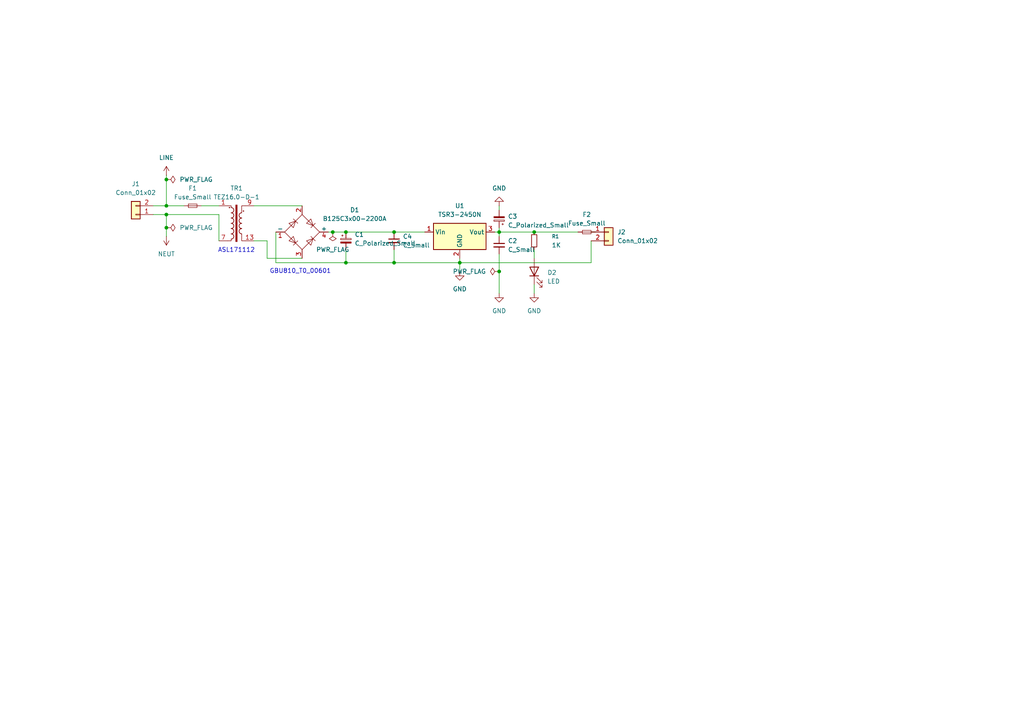
<source format=kicad_sch>
(kicad_sch (version 20250114) (generator "eeschema") (generator_version "9.0")
  (paper "A4")
  (lib_symbols
    (symbol "Connector_Generic:Conn_01x02" (pin_names (offset 1.016) (hide yes))
      (property "Reference" "J" (at 0 2.54 0))
      (property "Value" "Conn_01x02" (at 0 -5.08 0))
      (symbol "Conn_01x02_1_1"
        (rectangle (start -1.27 1.27) (end 1.27 -3.81) (stroke (width 0.254)) (fill (type background)))
        (rectangle (start -1.27 0.127) (end 0 -0.127) (stroke (width 0.1524)))
        (rectangle (start -1.27 -2.413) (end 0 -2.667) (stroke (width 0.1524)))
        (pin passive line (at -5.08 0 0) (length 3.81) (name "Pin_1") (number "1"))
        (pin passive line (at -5.08 -2.54 0) (length 3.81) (name "Pin_2") (number "2"))
      )
    )
    (symbol "Converter_DCDC:TSR3-2450N"
      (property "Reference" "U" (at -7.112 6.35 0))
      (property "Value" "TSR3-2450N" (at 1.524 6.35 0))
      (symbol "TSR3-2450N_0_1"
        (rectangle (start -7.62 5.08) (end 7.62 -2.54) (stroke (width 0.254)) (fill (type background)))
      )
      (symbol "TSR3-2450N_1_1"
        (pin power_in line (at -10.16 2.54 0) (length 2.54) (name "Vin") (number "1"))
        (pin power_in line (at 0 -5.08 90) (length 2.54) (name "GND") (number "2"))
        (pin power_out line (at 10.16 2.54 180) (length 2.54) (name "Vout") (number "3"))
      )
    )
    (symbol "Device:C_Polarized_Small" (pin_numbers (hide yes)) (pin_names (offset 0.254) (hide yes))
      (property "Reference" "C" (at 0.254 1.778 0))
      (property "Value" "C_Polarized_Small" (at 0.254 -2.032 0))
      (symbol "C_Polarized_Small_0_1"
        (rectangle (start -1.524 0.6858) (end 1.524 0.3048))
        (rectangle (start -1.524 -0.3048) (end 1.524 -0.6858) (fill (type outline)))
        (polyline (pts (xy -1.27 1.524) (xy -0.762 1.524)))
        (polyline (pts (xy -1.016 1.27) (xy -1.016 1.778)))
      )
      (symbol "C_Polarized_Small_1_1"
        (pin passive line (at 0 2.54 270) (length 1.8542) (name "~") (number "1"))
        (pin passive line (at 0 -2.54 90) (length 1.8542) (name "~") (number "2"))
      )
    )
    (symbol "Device:C_Small" (pin_numbers (hide yes)) (pin_names (offset 0.254) (hide yes))
      (property "Reference" "C" (at 0.254 1.778 0))
      (property "Value" "C_Small" (at 0.254 -2.032 0))
      (symbol "C_Small_0_1"
        (polyline (pts (xy -1.524 0.508) (xy 1.524 0.508)) (stroke (width 0.3048)))
        (polyline (pts (xy -1.524 -0.508) (xy 1.524 -0.508)) (stroke (width 0.3302)))
      )
      (symbol "C_Small_1_1"
        (pin passive line (at 0 2.54 270) (length 2.032) (name "~") (number "1"))
        (pin passive line (at 0 -2.54 90) (length 2.032) (name "~") (number "2"))
      )
    )
    (symbol "Device:Fuse_Small" (pin_numbers (hide yes)) (pin_names (offset 0.254) (hide yes))
      (property "Reference" "F" (at 0 -1.524 0))
      (property "Value" "Fuse_Small" (at 0 1.524 0))
      (symbol "Fuse_Small_0_1"
        (rectangle (start -1.27 0.508) (end 1.27 -0.508))
        (polyline (pts (xy -1.27 0) (xy 1.27 0)))
      )
      (symbol "Fuse_Small_1_1"
        (pin passive line (at -2.54 0 0) (length 1.27) (name "~") (number "1"))
        (pin passive line (at 2.54 0 180) (length 1.27) (name "~") (number "2"))
      )
    )
    (symbol "Device:LED" (pin_numbers (hide yes)) (pin_names (offset 1.016) (hide yes))
      (property "Reference" "D" (at 0 2.54 0))
      (property "Value" "LED" (at 0 -2.54 0))
      (symbol "LED_0_1"
        (polyline (pts (xy -3.048 -0.762) (xy -4.572 -2.286) (xy -3.81 -2.286) (xy -4.572 -2.286) (xy -4.572 -1.524)))
        (polyline (pts (xy -1.778 -0.762) (xy -3.302 -2.286) (xy -2.54 -2.286) (xy -3.302 -2.286) (xy -3.302 -1.524)))
        (polyline (pts (xy -1.27 0) (xy 1.27 0)))
        (polyline (pts (xy -1.27 -1.27) (xy -1.27 1.27)) (stroke (width 0.254)))
        (polyline (pts (xy 1.27 -1.27) (xy 1.27 1.27) (xy -1.27 0) (xy 1.27 -1.27)) (stroke (width 0.254)))
      )
      (symbol "LED_1_1"
        (pin passive line (at -3.81 0 0) (length 2.54) (name "K") (number "1"))
        (pin passive line (at 3.81 0 180) (length 2.54) (name "A") (number "2"))
      )
    )
    (symbol "Device:R_Small" (pin_numbers (hide yes)) (pin_names (offset 0.254) (hide yes))
      (property "Reference" "R" (at 0 0 90))
      (property "Value" "R_Small" (at 1.778 0 90))
      (symbol "R_Small_0_1"
        (rectangle (start -0.762 1.778) (end 0.762 -1.778) (stroke (width 0.2032)))
      )
      (symbol "R_Small_1_1"
        (pin passive line (at 0 2.54 270) (length 0.762) (name "~") (number "1"))
        (pin passive line (at 0 -2.54 90) (length 0.762) (name "~") (number "2"))
      )
    )
    (symbol "Diode_Bridge:B125C3x00-2200A" (pin_names (offset 0))
      (property "Reference" "D" (at 2.54 6.985 0))
      (property "Value" "B125C3x00-2200A" (at 2.54 5.08 0))
      (symbol "B125C3x00-2200A_0_1"
        (polyline (pts (xy -5.08 0) (xy 0 -5.08) (xy 5.08 0) (xy 0 5.08) (xy -5.08 0)))
        (polyline (pts (xy -3.81 2.54) (xy -2.54 1.27) (xy -1.905 3.175) (xy -3.81 2.54)))
        (polyline (pts (xy -2.54 3.81) (xy -1.27 2.54)))
        (polyline (pts (xy -2.54 -1.27) (xy -3.81 -2.54) (xy -1.905 -3.175) (xy -2.54 -1.27)))
        (polyline (pts (xy -1.27 -2.54) (xy -2.54 -3.81)))
        (polyline (pts (xy 1.27 2.54) (xy 2.54 3.81) (xy 3.175 1.905) (xy 1.27 2.54)))
        (polyline (pts (xy 2.54 1.27) (xy 3.81 2.54)))
        (polyline (pts (xy 2.54 -1.27) (xy 3.81 -2.54)))
        (polyline (pts (xy 3.175 -1.905) (xy 1.27 -2.54) (xy 2.54 -3.81) (xy 3.175 -1.905)))
      )
      (symbol "B125C3x00-2200A_1_1"
        (pin passive line (at -7.62 0 0) (length 2.54) (name "-") (number "1"))
        (pin passive line (at 0 7.62 270) (length 2.54) (name "~") (number "2"))
        (pin passive line (at 0 -7.62 90) (length 2.54) (name "~") (number "3"))
        (pin passive line (at 7.62 0 180) (length 2.54) (name "+") (number "4"))
      )
    )
    (symbol "Transformer:TEZ16.0-D-1" (pin_names (offset 0.0254))
      (property "Reference" "TR" (at 0 6.35 0))
      (property "Value" "TEZ16.0-D-1" (at 0 -6.35 0))
      (symbol "TEZ16.0-D-1_0_1"
        (circle (center -2.032 4.572) (radius 0.127))
        (arc (start -1.524 4.572) (mid -0.7653 3.81) (end -1.524 3.048) (stroke (width 0.2032)))
        (arc (start -1.524 3.048) (mid -0.7653 2.286) (end -1.524 1.524) (stroke (width 0.2032)))
        (arc (start -1.524 1.524) (mid -0.7653 0.762) (end -1.524 0) (stroke (width 0.2032)))
        (arc (start -1.524 0) (mid -0.7653 -0.762) (end -1.524 -1.524) (stroke (width 0.2032)))
        (arc (start -1.524 -1.524) (mid -0.7653 -2.286) (end -1.524 -3.048) (stroke (width 0.2032)))
        (arc (start -1.524 -3.048) (mid -0.7653 -3.81) (end -1.524 -4.572) (stroke (width 0.2032)))
        (polyline (pts (xy -1.524 4.572) (xy -1.524 5.08) (xy -2.54 5.08)))
        (polyline (pts (xy -1.524 -4.572) (xy -1.524 -5.08) (xy -2.54 -5.08)))
        (rectangle (start -0.254 5.334) (end 0.254 -5.334) (stroke (width 0.0254)) (fill (type outline)))
        (polyline (pts (xy 1.524 3.048) (xy 1.524 5.08) (xy 2.54 5.08)) (stroke (width 0.1524)))
        (arc (start 1.524 1.524) (mid 0.7653 2.286) (end 1.524 3.048) (stroke (width 0.2032)))
        (arc (start 1.524 0) (mid 0.7653 0.762) (end 1.524 1.524) (stroke (width 0.2032)))
        (arc (start 1.524 -1.524) (mid 0.7653 -0.762) (end 1.524 0) (stroke (width 0.2032)))
        (arc (start 1.524 -3.048) (mid 0.7653 -2.286) (end 1.524 -1.524) (stroke (width 0.2032)))
        (circle (center 2.032 3.556) (radius 0.127))
        (polyline (pts (xy 2.54 -5.08) (xy 1.524 -5.08) (xy 1.524 -3.048)) (stroke (width 0.1524)))
      )
      (symbol "TEZ16.0-D-1_1_1"
        (pin passive line (at -5.08 5.08 0) (length 2.54) (name "~") (number "1"))
        (pin passive line (at -5.08 -5.08 0) (length 2.54) (name "~") (number "7"))
        (pin passive line (at 5.08 5.08 180) (length 2.54) (name "~") (number "9"))
        (pin passive line (at 5.08 -5.08 180) (length 2.54) (name "~") (number "13"))
      )
    )
    (symbol "power:GND" (power) (pin_numbers (hide yes)) (pin_names (offset 0) (hide yes))
      (property "Value" "GND" (at 0 -3.81 0))
      (symbol "GND_0_1"
        (polyline (pts (xy 0 0) (xy 0 -1.27) (xy 1.27 -1.27) (xy 0 -2.54) (xy -1.27 -1.27) (xy 0 -1.27)))
      )
      (symbol "GND_1_1"
        (pin power_in line (at 0 0 270) (length 0) (name "~") (number "1"))
      )
    )
    (symbol "power:LINE" (power) (pin_numbers (hide yes)) (pin_names (offset 0) (hide yes))
      (property "Value" "LINE" (at 0 3.556 0))
      (symbol "LINE_0_1"
        (polyline (pts (xy -0.762 1.27) (xy 0 2.54)))
        (polyline (pts (xy 0 2.54) (xy 0.762 1.27)))
        (polyline (pts (xy 0 0) (xy 0 2.54)))
      )
      (symbol "LINE_1_1"
        (pin power_in line (at 0 0 90) (length 0) (name "~") (number "1"))
      )
    )
    (symbol "power:NEUT" (power) (pin_numbers (hide yes)) (pin_names (offset 0) (hide yes))
      (property "Value" "NEUT" (at 0 3.556 0))
      (symbol "NEUT_0_1"
        (polyline (pts (xy -0.762 1.27) (xy 0 2.54)))
        (polyline (pts (xy 0 2.54) (xy 0.762 1.27)))
        (polyline (pts (xy 0 0) (xy 0 2.54)))
      )
      (symbol "NEUT_1_1"
        (pin power_in line (at 0 0 90) (length 0) (name "~") (number "1"))
      )
    )
    (symbol "power:PWR_FLAG" (power) (pin_numbers (hide yes)) (pin_names (offset 0) (hide yes))
      (property "Value" "PWR_FLAG" (at 0 3.81 0))
      (symbol "PWR_FLAG_0_0"
        (pin power_out line (at 0 0 90) (length 0) (name "~") (number "1"))
      )
      (symbol "PWR_FLAG_0_1"
        (polyline (pts (xy 0 0) (xy 0 1.27) (xy -1.016 1.905) (xy 0 2.54) (xy 1.016 1.905) (xy 0 1.27)))
      )
    )
  )
  (text "GBU810_T0_00601" (at 87.122 78.74 0) (effects (font (size 1.27 1.27))))
  (text "ASL171112" (at 68.58 72.644 0) (effects (font (size 1.27 1.27))))
  (junction (at 48.26 66.04))
  (junction (at 144.78 67.31))
  (junction (at 96.52 67.31))
  (junction (at 154.94 67.31))
  (junction (at 48.26 59.69))
  (junction (at 144.78 78.74))
  (junction (at 100.33 67.31))
  (junction (at 114.3 67.31))
  (junction (at 114.3 76.2))
  (junction (at 48.26 62.23))
  (junction (at 48.26 52.07))
  (junction (at 133.35 76.2))
  (junction (at 100.33 76.2))
  (wire (pts (xy 58.42 59.69) (xy 63.5 59.69)))
  (wire (pts (xy 154.94 67.31) (xy 167.64 67.31)))
  (wire (pts (xy 114.3 72.39) (xy 114.3 76.2)))
  (wire (pts (xy 77.47 74.93) (xy 87.63 74.93)))
  (wire (pts (xy 100.33 72.39) (xy 100.33 76.2)))
  (wire (pts (xy 144.78 66.04) (xy 144.78 67.31)))
  (wire (pts (xy 114.3 76.2) (xy 133.35 76.2)))
  (wire (pts (xy 171.45 69.85) (xy 171.45 76.2)))
  (wire (pts (xy 100.33 76.2) (xy 80.01 76.2)))
  (wire (pts (xy 154.94 82.55) (xy 154.94 85.09)))
  (wire (pts (xy 96.52 67.31) (xy 100.33 67.31)))
  (wire (pts (xy 77.47 69.85) (xy 77.47 74.93)))
  (wire (pts (xy 154.94 72.39) (xy 154.94 74.93)))
  (wire (pts (xy 144.78 73.66) (xy 144.78 78.74)))
  (wire (pts (xy 80.01 76.2) (xy 80.01 67.31)))
  (wire (pts (xy 44.45 62.23) (xy 48.26 62.23)))
  (wire (pts (xy 73.66 59.69) (xy 87.63 59.69)))
  (wire (pts (xy 48.26 50.8) (xy 48.26 52.07)))
  (wire (pts (xy 133.35 74.93) (xy 133.35 76.2)))
  (wire (pts (xy 63.5 62.23) (xy 63.5 69.85)))
  (wire (pts (xy 171.45 67.31) (xy 172.72 67.31)))
  (wire (pts (xy 144.78 78.74) (xy 144.78 85.09)))
  (wire (pts (xy 133.35 76.2) (xy 133.35 78.74)))
  (wire (pts (xy 143.51 67.31) (xy 144.78 67.31)))
  (wire (pts (xy 100.33 67.31) (xy 114.3 67.31)))
  (wire (pts (xy 114.3 67.31) (xy 123.19 67.31)))
  (wire (pts (xy 144.78 67.31) (xy 144.78 68.58)))
  (wire (pts (xy 48.26 52.07) (xy 48.26 59.69)))
  (wire (pts (xy 48.26 66.04) (xy 48.26 62.23)))
  (wire (pts (xy 48.26 59.69) (xy 53.34 59.69)))
  (wire (pts (xy 144.78 59.69) (xy 144.78 60.96)))
  (wire (pts (xy 73.66 69.85) (xy 77.47 69.85)))
  (wire (pts (xy 100.33 76.2) (xy 114.3 76.2)))
  (wire (pts (xy 48.26 68.58) (xy 48.26 66.04)))
  (wire (pts (xy 48.26 62.23) (xy 63.5 62.23)))
  (wire (pts (xy 95.25 67.31) (xy 96.52 67.31)))
  (wire (pts (xy 44.45 59.69) (xy 48.26 59.69)))
  (wire (pts (xy 144.78 67.31) (xy 154.94 67.31)))
  (wire (pts (xy 133.35 76.2) (xy 171.45 76.2)))
  (symbol (lib_id "power:GND") (at 154.94 85.09 0) (unit 1)
    (property "Reference" "#PWR03" (effects (hide yes)))
    (property "Value" "GND" (at 154.94 90.17 0))
    (property "Description" "Power symbol creates a global label with name \"GND\" , ground" (effects (hide yes)))
  )
  (symbol (lib_id "power:GND") (at 133.35 78.74 0) (unit 1)
    (property "Reference" "#PWR04" (effects (hide yes)))
    (property "Value" "GND" (at 133.35 83.82 0))
    (property "Description" "Power symbol creates a global label with name \"GND\" , ground" (effects (hide yes)))
  )
  (symbol (lib_id "Converter_DCDC:TSR3-2450N") (at 133.35 69.85 0) (unit 1)
    (property "Reference" "U1" (at 133.35 59.69 0))
    (property "Value" "TSR3-2450N" (at 133.35 62.23 0))
    (property "Footprint" "CONV_TSR_3-2450:CONV_TSR_3-2450" (effects (hide yes)))
    (property "Datasheet" "https://www.tracopower.com/products/tsr3n.pdf" (effects (hide yes)))
    (property "Description" "3A step-down regulator, fixed 5V output voltage, 6.5-36V input voltage, TO-220 compatible LM78xx replacement" (effects (hide yes)))
  )
  (symbol (lib_id "power:PWR_FLAG") (at 96.52 67.31 180) (unit 1)
    (property "Reference" "#FLG04" (effects (hide yes)))
    (property "Value" "PWR_FLAG" (at 96.52 72.39 0))
    (property "Description" "Special symbol for telling ERC where power comes from" (effects (hide yes)))
  )
  (symbol (lib_id "Transformer:TEZ16.0-D-1") (at 68.58 64.77 0) (unit 1)
    (property "Reference" "TR1" (at 68.6181 54.61 0))
    (property "Value" "TEZ16.0-D-1" (at 68.6181 57.15 0))
    (property "Footprint" "My_Transformers:ASL171112" (effects (hide yes)))
    (property "Datasheet" "http://www.breve.pl/pdf/ANG/TEZ_ang.pdf" (effects (hide yes)))
    (property "Description" "TEZ16.0/D/x, 16VA, Single Secondary, Cast Resin Transformer, PCB" (effects (hide yes)))
  )
  (symbol (lib_id "power:GND") (at 144.78 59.69 180) (unit 1)
    (property "Reference" "#PWR02" (effects (hide yes)))
    (property "Value" "GND" (at 144.78 54.61 0))
    (property "Description" "Power symbol creates a global label with name \"GND\" , ground" (effects (hide yes)))
  )
  (symbol (lib_id "power:PWR_FLAG") (at 48.26 52.07 270) (unit 1)
    (property "Reference" "#FLG02" (effects (hide yes)))
    (property "Value" "PWR_FLAG" (at 52.07 52.0699 90) (effects (justify left)))
    (property "Description" "Special symbol for telling ERC where power comes from" (effects (hide yes)))
  )
  (symbol (lib_id "Device:Fuse_Small") (at 55.88 59.69 0) (unit 1)
    (property "Reference" "F1" (at 55.88 54.61 0))
    (property "Value" "Fuse_Small" (at 55.88 57.15 0))
    (property "Footprint" "0697H0250_01:FUSRR508W60L835T400H810" (effects (hide yes)))
    (property "Description" "Fuse, small symbol" (effects (hide yes)))
  )
  (symbol (lib_id "Diode_Bridge:B125C3x00-2200A") (at 87.63 67.31 0) (unit 1)
    (property "Reference" "D1" (at 102.87 60.8898 0))
    (property "Value" "B125C3x00-2200A" (at 102.87 63.4298 0))
    (property "Footprint" "Diode_THT:Diode_Bridge_Vishay_GBU" (effects (hide yes)))
    (property "Datasheet" "https://diotec.com/tl_files/diotec/files/pdf/datasheets/b40c3700" (effects (hide yes)))
    (property "Description" "Silicon Bridge Rectifier, 125V Vrms, 2.2A If, pins=-AA+, SIL-package" (effects (hide yes)))
  )
  (symbol (lib_id "power:LINE") (at 48.26 50.8 0) (unit 1)
    (property "Reference" "#PWR05" (effects (hide yes)))
    (property "Value" "LINE" (at 48.26 45.72 0))
    (property "Description" "Power symbol creates a global label with name \"LINE\"" (effects (hide yes)))
  )
  (symbol (lib_id "Device:C_Polarized_Small") (at 100.33 69.85 0) (unit 1)
    (property "Reference" "C1" (at 102.87 68.0338 0) (effects (justify left)))
    (property "Value" "C_Polarized_Small" (at 102.87 70.5738 0) (effects (justify left)))
    (property "Footprint" "Capacitor_THT:C_Radial_D18.0mm_H35.5mm_P7.50mm" (effects (hide yes)))
    (property "Description" "Polarized capacitor, small symbol" (effects (hide yes)))
  )
  (symbol (lib_id "Device:LED") (at 154.94 78.74 90) (unit 1)
    (property "Reference" "D2" (at 158.75 79.0574 90) (effects (justify right)))
    (property "Value" "LED" (at 158.75 81.5974 90) (effects (justify right)))
    (property "Footprint" "LED_THT:LED_D5.0mm" (effects (hide yes)))
    (property "Description" "Light emitting diode" (effects (hide yes)))
    (property "Sim.Pins" "1=K 2=A" (effects (hide yes)))
  )
  (symbol (lib_id "Device:C_Small") (at 144.78 71.12 0) (unit 1)
    (property "Reference" "C2" (at 147.32 69.8562 0) (effects (justify left)))
    (property "Value" "C_Small" (at 147.32 72.3962 0) (effects (justify left)))
    (property "Footprint" "Capacitor_THT:C_Rect_L7.2mm_W2.5mm_P5.00mm_FKS2_FKP2_MKS2_MKP2" (effects (hide yes)))
    (property "Description" "Unpolarized capacitor, small symbol" (effects (hide yes)))
  )
  (symbol (lib_id "power:PWR_FLAG") (at 48.26 66.04 270) (unit 1)
    (property "Reference" "#FLG01" (effects (hide yes)))
    (property "Value" "PWR_FLAG" (at 52.07 66.0399 90) (effects (justify left)))
    (property "Description" "Special symbol for telling ERC where power comes from" (effects (hide yes)))
  )
  (symbol (lib_id "power:GND") (at 144.78 85.09 0) (unit 1)
    (property "Reference" "#PWR01" (effects (hide yes)))
    (property "Value" "GND" (at 144.78 90.17 0))
    (property "Description" "Power symbol creates a global label with name \"GND\" , ground" (effects (hide yes)))
  )
  (symbol (lib_id "Device:C_Polarized_Small") (at 144.78 63.5 180) (unit 1)
    (property "Reference" "C3" (at 147.32 62.776 0) (effects (justify right)))
    (property "Value" "C_Polarized_Small" (at 147.32 65.316 0) (effects (justify right)))
    (property "Footprint" "Capacitor_THT:CP_Radial_D8.0mm_P3.50mm" (effects (hide yes)))
    (property "Description" "Polarized capacitor, small symbol" (effects (hide yes)))
  )
  (symbol (lib_id "Device:R_Small") (at 154.94 69.85 0) (unit 1)
    (property "Reference" "R1" (at 160.02 68.5799 0) (effects (font (size 1.016 1.016)) (justify left)))
    (property "Value" "1K" (at 160.02 71.1199 0) (effects (justify left)))
    (property "Footprint" "myResistors:RES_TYCO_YR1_TYC" (effects (hide yes)))
    (property "Description" "Resistor, small symbol" (effects (hide yes)))
  )
  (symbol (lib_id "Connector_Generic:Conn_01x02") (at 39.37 62.23 180) (unit 1)
    (property "Reference" "J1" (at 39.37 53.34 0))
    (property "Value" "Conn_01x02" (at 39.37 55.88 0))
    (property "Footprint" "TerminalBlock_Phoenix:TerminalBlock_Phoenix_PT-1,5-2-5.0-H_1x02_P5.00mm_Horizontal" (effects (hide yes)))
    (property "Description" "Generic connector, single row, 01x02, script generated (kicad-library-utils/schlib/autogen/connector/)" (effects (hide yes)))
  )
  (symbol (lib_id "power:NEUT") (at 48.26 68.58 180) (unit 1)
    (property "Reference" "#PWR06" (effects (hide yes)))
    (property "Value" "NEUT" (at 48.26 73.66 0))
    (property "Description" "Power symbol creates a global label with name \"NEUT\"" (effects (hide yes)))
  )
  (symbol (lib_id "Connector_Generic:Conn_01x02") (at 176.53 67.31 0) (unit 1)
    (property "Reference" "J2" (at 179.07 67.3099 0) (effects (justify left)))
    (property "Value" "Conn_01x02" (at 179.07 69.8499 0) (effects (justify left)))
    (property "Footprint" "TerminalBlock_Phoenix:TerminalBlock_Phoenix_PT-1,5-2-5.0-H_1x02_P5.00mm_Horizontal" (effects (hide yes)))
    (property "Description" "Generic connector, single row, 01x02, script generated (kicad-library-utils/schlib/autogen/connector/)" (effects (hide yes)))
  )
  (symbol (lib_id "Device:C_Small") (at 114.3 69.85 0) (unit 1)
    (property "Reference" "C4" (at 116.84 68.5862 0) (effects (justify left)))
    (property "Value" "C_Small" (at 116.84 71.1262 0) (effects (justify left)))
    (property "Footprint" "Capacitor_THT:C_Rect_L7.2mm_W2.5mm_P5.00mm_FKS2_FKP2_MKS2_MKP2" (effects (hide yes)))
    (property "Description" "Unpolarized capacitor, small symbol" (effects (hide yes)))
  )
  (symbol (lib_id "Device:Fuse_Small") (at 170.18 67.31 0) (unit 1)
    (property "Reference" "F2" (at 170.18 62.23 0))
    (property "Value" "Fuse_Small" (at 170.18 64.77 0))
    (property "Footprint" "Fuse:Fuse_Littelfuse_395Series" (effects (hide yes)))
    (property "Description" "Fuse, small symbol" (effects (hide yes)))
  )
  (symbol (lib_id "power:PWR_FLAG") (at 144.78 78.74 90) (unit 1)
    (property "Reference" "#FLG03" (effects (hide yes)))
    (property "Value" "PWR_FLAG" (at 140.97 78.7399 90) (effects (justify left)))
    (property "Description" "Special symbol for telling ERC where power comes from" (effects (hide yes)))
  )
)
</source>
